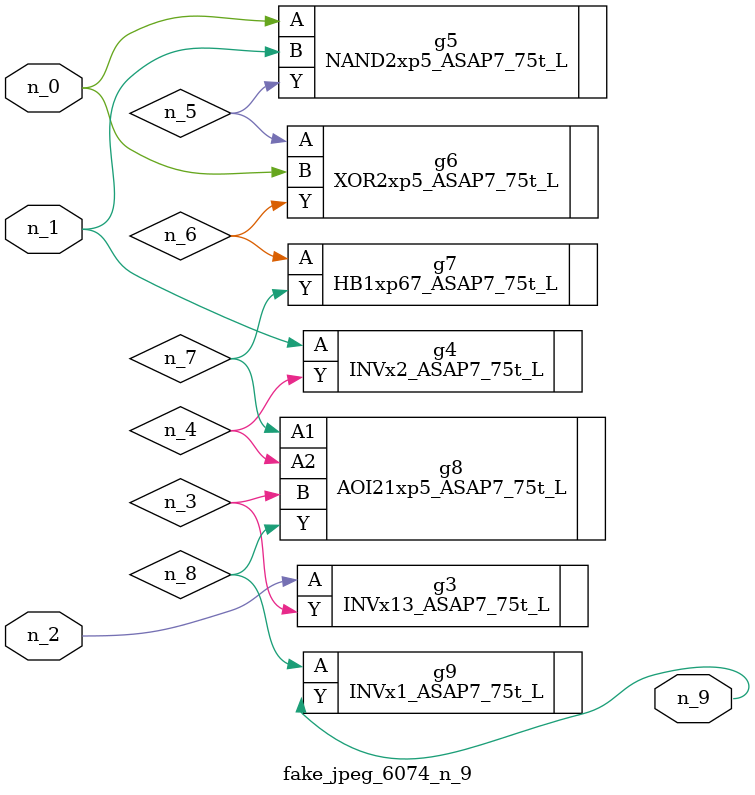
<source format=v>
module fake_jpeg_6074_n_9 (n_0, n_2, n_1, n_9);

input n_0;
input n_2;
input n_1;

output n_9;

wire n_3;
wire n_4;
wire n_8;
wire n_6;
wire n_5;
wire n_7;

INVx13_ASAP7_75t_L g3 ( 
.A(n_2),
.Y(n_3)
);

INVx2_ASAP7_75t_L g4 ( 
.A(n_1),
.Y(n_4)
);

NAND2xp5_ASAP7_75t_L g5 ( 
.A(n_0),
.B(n_1),
.Y(n_5)
);

XOR2xp5_ASAP7_75t_L g6 ( 
.A(n_5),
.B(n_0),
.Y(n_6)
);

HB1xp67_ASAP7_75t_L g7 ( 
.A(n_6),
.Y(n_7)
);

AOI21xp5_ASAP7_75t_L g8 ( 
.A1(n_7),
.A2(n_4),
.B(n_3),
.Y(n_8)
);

INVx1_ASAP7_75t_L g9 ( 
.A(n_8),
.Y(n_9)
);


endmodule
</source>
